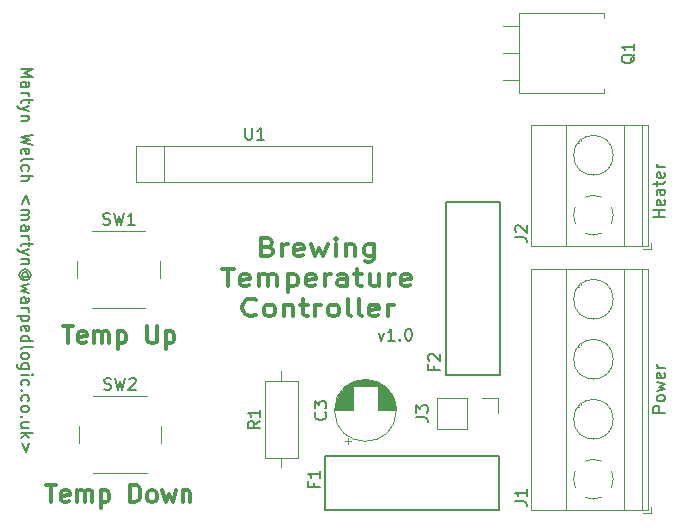
<source format=gbr>
%TF.GenerationSoftware,KiCad,Pcbnew,5.1.6+dfsg1-1*%
%TF.CreationDate,2020-07-08T08:01:11+01:00*%
%TF.ProjectId,Brew_Temperature_Controller,42726577-5f54-4656-9d70-657261747572,rev?*%
%TF.SameCoordinates,Original*%
%TF.FileFunction,Legend,Top*%
%TF.FilePolarity,Positive*%
%FSLAX46Y46*%
G04 Gerber Fmt 4.6, Leading zero omitted, Abs format (unit mm)*
G04 Created by KiCad (PCBNEW 5.1.6+dfsg1-1) date 2020-07-08 08:01:11*
%MOMM*%
%LPD*%
G01*
G04 APERTURE LIST*
%ADD10C,0.150000*%
%ADD11C,0.300000*%
%ADD12C,0.120000*%
G04 APERTURE END LIST*
D10*
X118562380Y-167838190D02*
X117562380Y-167838190D01*
X117562380Y-167457238D01*
X117610000Y-167362000D01*
X117657619Y-167314380D01*
X117752857Y-167266761D01*
X117895714Y-167266761D01*
X117990952Y-167314380D01*
X118038571Y-167362000D01*
X118086190Y-167457238D01*
X118086190Y-167838190D01*
X118562380Y-166695333D02*
X118514761Y-166790571D01*
X118467142Y-166838190D01*
X118371904Y-166885809D01*
X118086190Y-166885809D01*
X117990952Y-166838190D01*
X117943333Y-166790571D01*
X117895714Y-166695333D01*
X117895714Y-166552476D01*
X117943333Y-166457238D01*
X117990952Y-166409619D01*
X118086190Y-166362000D01*
X118371904Y-166362000D01*
X118467142Y-166409619D01*
X118514761Y-166457238D01*
X118562380Y-166552476D01*
X118562380Y-166695333D01*
X117895714Y-166028666D02*
X118562380Y-165838190D01*
X118086190Y-165647714D01*
X118562380Y-165457238D01*
X117895714Y-165266761D01*
X118514761Y-164504857D02*
X118562380Y-164600095D01*
X118562380Y-164790571D01*
X118514761Y-164885809D01*
X118419523Y-164933428D01*
X118038571Y-164933428D01*
X117943333Y-164885809D01*
X117895714Y-164790571D01*
X117895714Y-164600095D01*
X117943333Y-164504857D01*
X118038571Y-164457238D01*
X118133809Y-164457238D01*
X118229047Y-164933428D01*
X118562380Y-164028666D02*
X117895714Y-164028666D01*
X118086190Y-164028666D02*
X117990952Y-163981047D01*
X117943333Y-163933428D01*
X117895714Y-163838190D01*
X117895714Y-163742952D01*
X118562380Y-151288476D02*
X117562380Y-151288476D01*
X118038571Y-151288476D02*
X118038571Y-150717047D01*
X118562380Y-150717047D02*
X117562380Y-150717047D01*
X118514761Y-149859904D02*
X118562380Y-149955142D01*
X118562380Y-150145619D01*
X118514761Y-150240857D01*
X118419523Y-150288476D01*
X118038571Y-150288476D01*
X117943333Y-150240857D01*
X117895714Y-150145619D01*
X117895714Y-149955142D01*
X117943333Y-149859904D01*
X118038571Y-149812285D01*
X118133809Y-149812285D01*
X118229047Y-150288476D01*
X118562380Y-148955142D02*
X118038571Y-148955142D01*
X117943333Y-149002761D01*
X117895714Y-149098000D01*
X117895714Y-149288476D01*
X117943333Y-149383714D01*
X118514761Y-148955142D02*
X118562380Y-149050380D01*
X118562380Y-149288476D01*
X118514761Y-149383714D01*
X118419523Y-149431333D01*
X118324285Y-149431333D01*
X118229047Y-149383714D01*
X118181428Y-149288476D01*
X118181428Y-149050380D01*
X118133809Y-148955142D01*
X117895714Y-148621809D02*
X117895714Y-148240857D01*
X117562380Y-148478952D02*
X118419523Y-148478952D01*
X118514761Y-148431333D01*
X118562380Y-148336095D01*
X118562380Y-148240857D01*
X118514761Y-147526571D02*
X118562380Y-147621809D01*
X118562380Y-147812285D01*
X118514761Y-147907523D01*
X118419523Y-147955142D01*
X118038571Y-147955142D01*
X117943333Y-147907523D01*
X117895714Y-147812285D01*
X117895714Y-147621809D01*
X117943333Y-147526571D01*
X118038571Y-147478952D01*
X118133809Y-147478952D01*
X118229047Y-147955142D01*
X118562380Y-147050380D02*
X117895714Y-147050380D01*
X118086190Y-147050380D02*
X117990952Y-147002761D01*
X117943333Y-146955142D01*
X117895714Y-146859904D01*
X117895714Y-146764666D01*
X94329428Y-161075714D02*
X94567523Y-161742380D01*
X94805619Y-161075714D01*
X95710380Y-161742380D02*
X95138952Y-161742380D01*
X95424666Y-161742380D02*
X95424666Y-160742380D01*
X95329428Y-160885238D01*
X95234190Y-160980476D01*
X95138952Y-161028095D01*
X96138952Y-161647142D02*
X96186571Y-161694761D01*
X96138952Y-161742380D01*
X96091333Y-161694761D01*
X96138952Y-161647142D01*
X96138952Y-161742380D01*
X96805619Y-160742380D02*
X96900857Y-160742380D01*
X96996095Y-160790000D01*
X97043714Y-160837619D01*
X97091333Y-160932857D01*
X97138952Y-161123333D01*
X97138952Y-161361428D01*
X97091333Y-161551904D01*
X97043714Y-161647142D01*
X96996095Y-161694761D01*
X96900857Y-161742380D01*
X96805619Y-161742380D01*
X96710380Y-161694761D01*
X96662761Y-161647142D01*
X96615142Y-161551904D01*
X96567523Y-161361428D01*
X96567523Y-161123333D01*
X96615142Y-160932857D01*
X96662761Y-160837619D01*
X96710380Y-160790000D01*
X96805619Y-160742380D01*
D11*
X84954000Y-153806857D02*
X85211142Y-153878285D01*
X85296857Y-153949714D01*
X85382571Y-154092571D01*
X85382571Y-154306857D01*
X85296857Y-154449714D01*
X85211142Y-154521142D01*
X85039714Y-154592571D01*
X84354000Y-154592571D01*
X84354000Y-153092571D01*
X84954000Y-153092571D01*
X85125428Y-153164000D01*
X85211142Y-153235428D01*
X85296857Y-153378285D01*
X85296857Y-153521142D01*
X85211142Y-153664000D01*
X85125428Y-153735428D01*
X84954000Y-153806857D01*
X84354000Y-153806857D01*
X86154000Y-154592571D02*
X86154000Y-153592571D01*
X86154000Y-153878285D02*
X86239714Y-153735428D01*
X86325428Y-153664000D01*
X86496857Y-153592571D01*
X86668285Y-153592571D01*
X87954000Y-154521142D02*
X87782571Y-154592571D01*
X87439714Y-154592571D01*
X87268285Y-154521142D01*
X87182571Y-154378285D01*
X87182571Y-153806857D01*
X87268285Y-153664000D01*
X87439714Y-153592571D01*
X87782571Y-153592571D01*
X87954000Y-153664000D01*
X88039714Y-153806857D01*
X88039714Y-153949714D01*
X87182571Y-154092571D01*
X88639714Y-153592571D02*
X88982571Y-154592571D01*
X89325428Y-153878285D01*
X89668285Y-154592571D01*
X90011142Y-153592571D01*
X90696857Y-154592571D02*
X90696857Y-153592571D01*
X90696857Y-153092571D02*
X90611142Y-153164000D01*
X90696857Y-153235428D01*
X90782571Y-153164000D01*
X90696857Y-153092571D01*
X90696857Y-153235428D01*
X91554000Y-153592571D02*
X91554000Y-154592571D01*
X91554000Y-153735428D02*
X91639714Y-153664000D01*
X91811142Y-153592571D01*
X92068285Y-153592571D01*
X92239714Y-153664000D01*
X92325428Y-153806857D01*
X92325428Y-154592571D01*
X93954000Y-153592571D02*
X93954000Y-154806857D01*
X93868285Y-154949714D01*
X93782571Y-155021142D01*
X93611142Y-155092571D01*
X93354000Y-155092571D01*
X93182571Y-155021142D01*
X93954000Y-154521142D02*
X93782571Y-154592571D01*
X93439714Y-154592571D01*
X93268285Y-154521142D01*
X93182571Y-154449714D01*
X93096857Y-154306857D01*
X93096857Y-153878285D01*
X93182571Y-153735428D01*
X93268285Y-153664000D01*
X93439714Y-153592571D01*
X93782571Y-153592571D01*
X93954000Y-153664000D01*
X81054000Y-155642571D02*
X82082571Y-155642571D01*
X81568285Y-157142571D02*
X81568285Y-155642571D01*
X83368285Y-157071142D02*
X83196857Y-157142571D01*
X82854000Y-157142571D01*
X82682571Y-157071142D01*
X82596857Y-156928285D01*
X82596857Y-156356857D01*
X82682571Y-156214000D01*
X82854000Y-156142571D01*
X83196857Y-156142571D01*
X83368285Y-156214000D01*
X83454000Y-156356857D01*
X83454000Y-156499714D01*
X82596857Y-156642571D01*
X84225428Y-157142571D02*
X84225428Y-156142571D01*
X84225428Y-156285428D02*
X84311142Y-156214000D01*
X84482571Y-156142571D01*
X84739714Y-156142571D01*
X84911142Y-156214000D01*
X84996857Y-156356857D01*
X84996857Y-157142571D01*
X84996857Y-156356857D02*
X85082571Y-156214000D01*
X85254000Y-156142571D01*
X85511142Y-156142571D01*
X85682571Y-156214000D01*
X85768285Y-156356857D01*
X85768285Y-157142571D01*
X86625428Y-156142571D02*
X86625428Y-157642571D01*
X86625428Y-156214000D02*
X86796857Y-156142571D01*
X87139714Y-156142571D01*
X87311142Y-156214000D01*
X87396857Y-156285428D01*
X87482571Y-156428285D01*
X87482571Y-156856857D01*
X87396857Y-156999714D01*
X87311142Y-157071142D01*
X87139714Y-157142571D01*
X86796857Y-157142571D01*
X86625428Y-157071142D01*
X88939714Y-157071142D02*
X88768285Y-157142571D01*
X88425428Y-157142571D01*
X88254000Y-157071142D01*
X88168285Y-156928285D01*
X88168285Y-156356857D01*
X88254000Y-156214000D01*
X88425428Y-156142571D01*
X88768285Y-156142571D01*
X88939714Y-156214000D01*
X89025428Y-156356857D01*
X89025428Y-156499714D01*
X88168285Y-156642571D01*
X89796857Y-157142571D02*
X89796857Y-156142571D01*
X89796857Y-156428285D02*
X89882571Y-156285428D01*
X89968285Y-156214000D01*
X90139714Y-156142571D01*
X90311142Y-156142571D01*
X91682571Y-157142571D02*
X91682571Y-156356857D01*
X91596857Y-156214000D01*
X91425428Y-156142571D01*
X91082571Y-156142571D01*
X90911142Y-156214000D01*
X91682571Y-157071142D02*
X91511142Y-157142571D01*
X91082571Y-157142571D01*
X90911142Y-157071142D01*
X90825428Y-156928285D01*
X90825428Y-156785428D01*
X90911142Y-156642571D01*
X91082571Y-156571142D01*
X91511142Y-156571142D01*
X91682571Y-156499714D01*
X92282571Y-156142571D02*
X92968285Y-156142571D01*
X92539714Y-155642571D02*
X92539714Y-156928285D01*
X92625428Y-157071142D01*
X92796857Y-157142571D01*
X92968285Y-157142571D01*
X94339714Y-156142571D02*
X94339714Y-157142571D01*
X93568285Y-156142571D02*
X93568285Y-156928285D01*
X93654000Y-157071142D01*
X93825428Y-157142571D01*
X94082571Y-157142571D01*
X94254000Y-157071142D01*
X94339714Y-156999714D01*
X95196857Y-157142571D02*
X95196857Y-156142571D01*
X95196857Y-156428285D02*
X95282571Y-156285428D01*
X95368285Y-156214000D01*
X95539714Y-156142571D01*
X95711142Y-156142571D01*
X96996857Y-157071142D02*
X96825428Y-157142571D01*
X96482571Y-157142571D01*
X96311142Y-157071142D01*
X96225428Y-156928285D01*
X96225428Y-156356857D01*
X96311142Y-156214000D01*
X96482571Y-156142571D01*
X96825428Y-156142571D01*
X96996857Y-156214000D01*
X97082571Y-156356857D01*
X97082571Y-156499714D01*
X96225428Y-156642571D01*
X83925428Y-159549714D02*
X83839714Y-159621142D01*
X83582571Y-159692571D01*
X83411142Y-159692571D01*
X83154000Y-159621142D01*
X82982571Y-159478285D01*
X82896857Y-159335428D01*
X82811142Y-159049714D01*
X82811142Y-158835428D01*
X82896857Y-158549714D01*
X82982571Y-158406857D01*
X83154000Y-158264000D01*
X83411142Y-158192571D01*
X83582571Y-158192571D01*
X83839714Y-158264000D01*
X83925428Y-158335428D01*
X84954000Y-159692571D02*
X84782571Y-159621142D01*
X84696857Y-159549714D01*
X84611142Y-159406857D01*
X84611142Y-158978285D01*
X84696857Y-158835428D01*
X84782571Y-158764000D01*
X84954000Y-158692571D01*
X85211142Y-158692571D01*
X85382571Y-158764000D01*
X85468285Y-158835428D01*
X85554000Y-158978285D01*
X85554000Y-159406857D01*
X85468285Y-159549714D01*
X85382571Y-159621142D01*
X85211142Y-159692571D01*
X84954000Y-159692571D01*
X86325428Y-158692571D02*
X86325428Y-159692571D01*
X86325428Y-158835428D02*
X86411142Y-158764000D01*
X86582571Y-158692571D01*
X86839714Y-158692571D01*
X87011142Y-158764000D01*
X87096857Y-158906857D01*
X87096857Y-159692571D01*
X87696857Y-158692571D02*
X88382571Y-158692571D01*
X87954000Y-158192571D02*
X87954000Y-159478285D01*
X88039714Y-159621142D01*
X88211142Y-159692571D01*
X88382571Y-159692571D01*
X88982571Y-159692571D02*
X88982571Y-158692571D01*
X88982571Y-158978285D02*
X89068285Y-158835428D01*
X89154000Y-158764000D01*
X89325428Y-158692571D01*
X89496857Y-158692571D01*
X90354000Y-159692571D02*
X90182571Y-159621142D01*
X90096857Y-159549714D01*
X90011142Y-159406857D01*
X90011142Y-158978285D01*
X90096857Y-158835428D01*
X90182571Y-158764000D01*
X90354000Y-158692571D01*
X90611142Y-158692571D01*
X90782571Y-158764000D01*
X90868285Y-158835428D01*
X90954000Y-158978285D01*
X90954000Y-159406857D01*
X90868285Y-159549714D01*
X90782571Y-159621142D01*
X90611142Y-159692571D01*
X90354000Y-159692571D01*
X91982571Y-159692571D02*
X91811142Y-159621142D01*
X91725428Y-159478285D01*
X91725428Y-158192571D01*
X92925428Y-159692571D02*
X92754000Y-159621142D01*
X92668285Y-159478285D01*
X92668285Y-158192571D01*
X94296857Y-159621142D02*
X94125428Y-159692571D01*
X93782571Y-159692571D01*
X93611142Y-159621142D01*
X93525428Y-159478285D01*
X93525428Y-158906857D01*
X93611142Y-158764000D01*
X93782571Y-158692571D01*
X94125428Y-158692571D01*
X94296857Y-158764000D01*
X94382571Y-158906857D01*
X94382571Y-159049714D01*
X93525428Y-159192571D01*
X95154000Y-159692571D02*
X95154000Y-158692571D01*
X95154000Y-158978285D02*
X95239714Y-158835428D01*
X95325428Y-158764000D01*
X95496857Y-158692571D01*
X95668285Y-158692571D01*
D10*
X64063619Y-138725714D02*
X65063619Y-138725714D01*
X64349333Y-139059047D01*
X65063619Y-139392380D01*
X64063619Y-139392380D01*
X64063619Y-140297142D02*
X64587428Y-140297142D01*
X64682666Y-140249523D01*
X64730285Y-140154285D01*
X64730285Y-139963809D01*
X64682666Y-139868571D01*
X64111238Y-140297142D02*
X64063619Y-140201904D01*
X64063619Y-139963809D01*
X64111238Y-139868571D01*
X64206476Y-139820952D01*
X64301714Y-139820952D01*
X64396952Y-139868571D01*
X64444571Y-139963809D01*
X64444571Y-140201904D01*
X64492190Y-140297142D01*
X64063619Y-140773333D02*
X64730285Y-140773333D01*
X64539809Y-140773333D02*
X64635047Y-140820952D01*
X64682666Y-140868571D01*
X64730285Y-140963809D01*
X64730285Y-141059047D01*
X64730285Y-141249523D02*
X64730285Y-141630476D01*
X65063619Y-141392380D02*
X64206476Y-141392380D01*
X64111238Y-141440000D01*
X64063619Y-141535238D01*
X64063619Y-141630476D01*
X64730285Y-141868571D02*
X64063619Y-142106666D01*
X64730285Y-142344761D02*
X64063619Y-142106666D01*
X63825523Y-142011428D01*
X63777904Y-141963809D01*
X63730285Y-141868571D01*
X64730285Y-142725714D02*
X64063619Y-142725714D01*
X64635047Y-142725714D02*
X64682666Y-142773333D01*
X64730285Y-142868571D01*
X64730285Y-143011428D01*
X64682666Y-143106666D01*
X64587428Y-143154285D01*
X64063619Y-143154285D01*
X65063619Y-144297142D02*
X64063619Y-144535238D01*
X64777904Y-144725714D01*
X64063619Y-144916190D01*
X65063619Y-145154285D01*
X64111238Y-145916190D02*
X64063619Y-145820952D01*
X64063619Y-145630476D01*
X64111238Y-145535238D01*
X64206476Y-145487619D01*
X64587428Y-145487619D01*
X64682666Y-145535238D01*
X64730285Y-145630476D01*
X64730285Y-145820952D01*
X64682666Y-145916190D01*
X64587428Y-145963809D01*
X64492190Y-145963809D01*
X64396952Y-145487619D01*
X64063619Y-146535238D02*
X64111238Y-146440000D01*
X64206476Y-146392380D01*
X65063619Y-146392380D01*
X64111238Y-147344761D02*
X64063619Y-147249523D01*
X64063619Y-147059047D01*
X64111238Y-146963809D01*
X64158857Y-146916190D01*
X64254095Y-146868571D01*
X64539809Y-146868571D01*
X64635047Y-146916190D01*
X64682666Y-146963809D01*
X64730285Y-147059047D01*
X64730285Y-147249523D01*
X64682666Y-147344761D01*
X64063619Y-147773333D02*
X65063619Y-147773333D01*
X64063619Y-148201904D02*
X64587428Y-148201904D01*
X64682666Y-148154285D01*
X64730285Y-148059047D01*
X64730285Y-147916190D01*
X64682666Y-147820952D01*
X64635047Y-147773333D01*
X64730285Y-150201904D02*
X64444571Y-149440000D01*
X64158857Y-150201904D01*
X64063619Y-150678095D02*
X64730285Y-150678095D01*
X64635047Y-150678095D02*
X64682666Y-150725714D01*
X64730285Y-150820952D01*
X64730285Y-150963809D01*
X64682666Y-151059047D01*
X64587428Y-151106666D01*
X64063619Y-151106666D01*
X64587428Y-151106666D02*
X64682666Y-151154285D01*
X64730285Y-151249523D01*
X64730285Y-151392380D01*
X64682666Y-151487619D01*
X64587428Y-151535238D01*
X64063619Y-151535238D01*
X64063619Y-152440000D02*
X64587428Y-152440000D01*
X64682666Y-152392380D01*
X64730285Y-152297142D01*
X64730285Y-152106666D01*
X64682666Y-152011428D01*
X64111238Y-152440000D02*
X64063619Y-152344761D01*
X64063619Y-152106666D01*
X64111238Y-152011428D01*
X64206476Y-151963809D01*
X64301714Y-151963809D01*
X64396952Y-152011428D01*
X64444571Y-152106666D01*
X64444571Y-152344761D01*
X64492190Y-152440000D01*
X64063619Y-152916190D02*
X64730285Y-152916190D01*
X64539809Y-152916190D02*
X64635047Y-152963809D01*
X64682666Y-153011428D01*
X64730285Y-153106666D01*
X64730285Y-153201904D01*
X64730285Y-153392380D02*
X64730285Y-153773333D01*
X65063619Y-153535238D02*
X64206476Y-153535238D01*
X64111238Y-153582857D01*
X64063619Y-153678095D01*
X64063619Y-153773333D01*
X64730285Y-154011428D02*
X64063619Y-154249523D01*
X64730285Y-154487619D02*
X64063619Y-154249523D01*
X63825523Y-154154285D01*
X63777904Y-154106666D01*
X63730285Y-154011428D01*
X64730285Y-154868571D02*
X64063619Y-154868571D01*
X64635047Y-154868571D02*
X64682666Y-154916190D01*
X64730285Y-155011428D01*
X64730285Y-155154285D01*
X64682666Y-155249523D01*
X64587428Y-155297142D01*
X64063619Y-155297142D01*
X64539809Y-156392380D02*
X64587428Y-156344761D01*
X64635047Y-156249523D01*
X64635047Y-156154285D01*
X64587428Y-156059047D01*
X64539809Y-156011428D01*
X64444571Y-155963809D01*
X64349333Y-155963809D01*
X64254095Y-156011428D01*
X64206476Y-156059047D01*
X64158857Y-156154285D01*
X64158857Y-156249523D01*
X64206476Y-156344761D01*
X64254095Y-156392380D01*
X64635047Y-156392380D02*
X64254095Y-156392380D01*
X64206476Y-156440000D01*
X64206476Y-156487619D01*
X64254095Y-156582857D01*
X64349333Y-156630476D01*
X64587428Y-156630476D01*
X64730285Y-156535238D01*
X64825523Y-156392380D01*
X64873142Y-156201904D01*
X64825523Y-156011428D01*
X64730285Y-155868571D01*
X64587428Y-155773333D01*
X64396952Y-155725714D01*
X64206476Y-155773333D01*
X64063619Y-155868571D01*
X63968380Y-156011428D01*
X63920761Y-156201904D01*
X63968380Y-156392380D01*
X64063619Y-156535238D01*
X64730285Y-156963809D02*
X64063619Y-157154285D01*
X64539809Y-157344761D01*
X64063619Y-157535238D01*
X64730285Y-157725714D01*
X64063619Y-158535238D02*
X64587428Y-158535238D01*
X64682666Y-158487619D01*
X64730285Y-158392380D01*
X64730285Y-158201904D01*
X64682666Y-158106666D01*
X64111238Y-158535238D02*
X64063619Y-158440000D01*
X64063619Y-158201904D01*
X64111238Y-158106666D01*
X64206476Y-158059047D01*
X64301714Y-158059047D01*
X64396952Y-158106666D01*
X64444571Y-158201904D01*
X64444571Y-158440000D01*
X64492190Y-158535238D01*
X64063619Y-159011428D02*
X64730285Y-159011428D01*
X64539809Y-159011428D02*
X64635047Y-159059047D01*
X64682666Y-159106666D01*
X64730285Y-159201904D01*
X64730285Y-159297142D01*
X64730285Y-159630476D02*
X63730285Y-159630476D01*
X64682666Y-159630476D02*
X64730285Y-159725714D01*
X64730285Y-159916190D01*
X64682666Y-160011428D01*
X64635047Y-160059047D01*
X64539809Y-160106666D01*
X64254095Y-160106666D01*
X64158857Y-160059047D01*
X64111238Y-160011428D01*
X64063619Y-159916190D01*
X64063619Y-159725714D01*
X64111238Y-159630476D01*
X64111238Y-160916190D02*
X64063619Y-160820952D01*
X64063619Y-160630476D01*
X64111238Y-160535238D01*
X64206476Y-160487619D01*
X64587428Y-160487619D01*
X64682666Y-160535238D01*
X64730285Y-160630476D01*
X64730285Y-160820952D01*
X64682666Y-160916190D01*
X64587428Y-160963809D01*
X64492190Y-160963809D01*
X64396952Y-160487619D01*
X64063619Y-161820952D02*
X65063619Y-161820952D01*
X64111238Y-161820952D02*
X64063619Y-161725714D01*
X64063619Y-161535238D01*
X64111238Y-161440000D01*
X64158857Y-161392380D01*
X64254095Y-161344761D01*
X64539809Y-161344761D01*
X64635047Y-161392380D01*
X64682666Y-161440000D01*
X64730285Y-161535238D01*
X64730285Y-161725714D01*
X64682666Y-161820952D01*
X64063619Y-162440000D02*
X64111238Y-162344761D01*
X64206476Y-162297142D01*
X65063619Y-162297142D01*
X64063619Y-162963809D02*
X64111238Y-162868571D01*
X64158857Y-162820952D01*
X64254095Y-162773333D01*
X64539809Y-162773333D01*
X64635047Y-162820952D01*
X64682666Y-162868571D01*
X64730285Y-162963809D01*
X64730285Y-163106666D01*
X64682666Y-163201904D01*
X64635047Y-163249523D01*
X64539809Y-163297142D01*
X64254095Y-163297142D01*
X64158857Y-163249523D01*
X64111238Y-163201904D01*
X64063619Y-163106666D01*
X64063619Y-162963809D01*
X64730285Y-164154285D02*
X63920761Y-164154285D01*
X63825523Y-164106666D01*
X63777904Y-164059047D01*
X63730285Y-163963809D01*
X63730285Y-163820952D01*
X63777904Y-163725714D01*
X64111238Y-164154285D02*
X64063619Y-164059047D01*
X64063619Y-163868571D01*
X64111238Y-163773333D01*
X64158857Y-163725714D01*
X64254095Y-163678095D01*
X64539809Y-163678095D01*
X64635047Y-163725714D01*
X64682666Y-163773333D01*
X64730285Y-163868571D01*
X64730285Y-164059047D01*
X64682666Y-164154285D01*
X64063619Y-164630476D02*
X64730285Y-164630476D01*
X65063619Y-164630476D02*
X65016000Y-164582857D01*
X64968380Y-164630476D01*
X65016000Y-164678095D01*
X65063619Y-164630476D01*
X64968380Y-164630476D01*
X64111238Y-165535238D02*
X64063619Y-165440000D01*
X64063619Y-165249523D01*
X64111238Y-165154285D01*
X64158857Y-165106666D01*
X64254095Y-165059047D01*
X64539809Y-165059047D01*
X64635047Y-165106666D01*
X64682666Y-165154285D01*
X64730285Y-165249523D01*
X64730285Y-165440000D01*
X64682666Y-165535238D01*
X64158857Y-165963809D02*
X64111238Y-166011428D01*
X64063619Y-165963809D01*
X64111238Y-165916190D01*
X64158857Y-165963809D01*
X64063619Y-165963809D01*
X64111238Y-166868571D02*
X64063619Y-166773333D01*
X64063619Y-166582857D01*
X64111238Y-166487619D01*
X64158857Y-166440000D01*
X64254095Y-166392380D01*
X64539809Y-166392380D01*
X64635047Y-166440000D01*
X64682666Y-166487619D01*
X64730285Y-166582857D01*
X64730285Y-166773333D01*
X64682666Y-166868571D01*
X64063619Y-167440000D02*
X64111238Y-167344761D01*
X64158857Y-167297142D01*
X64254095Y-167249523D01*
X64539809Y-167249523D01*
X64635047Y-167297142D01*
X64682666Y-167344761D01*
X64730285Y-167440000D01*
X64730285Y-167582857D01*
X64682666Y-167678095D01*
X64635047Y-167725714D01*
X64539809Y-167773333D01*
X64254095Y-167773333D01*
X64158857Y-167725714D01*
X64111238Y-167678095D01*
X64063619Y-167582857D01*
X64063619Y-167440000D01*
X64158857Y-168201904D02*
X64111238Y-168249523D01*
X64063619Y-168201904D01*
X64111238Y-168154285D01*
X64158857Y-168201904D01*
X64063619Y-168201904D01*
X64730285Y-169106666D02*
X64063619Y-169106666D01*
X64730285Y-168678095D02*
X64206476Y-168678095D01*
X64111238Y-168725714D01*
X64063619Y-168820952D01*
X64063619Y-168963809D01*
X64111238Y-169059047D01*
X64158857Y-169106666D01*
X64063619Y-169582857D02*
X65063619Y-169582857D01*
X64444571Y-169678095D02*
X64063619Y-169963809D01*
X64730285Y-169963809D02*
X64349333Y-169582857D01*
X64730285Y-170392380D02*
X64444571Y-171154285D01*
X64158857Y-170392380D01*
D11*
X66175714Y-173930571D02*
X67032857Y-173930571D01*
X66604285Y-175430571D02*
X66604285Y-173930571D01*
X68104285Y-175359142D02*
X67961428Y-175430571D01*
X67675714Y-175430571D01*
X67532857Y-175359142D01*
X67461428Y-175216285D01*
X67461428Y-174644857D01*
X67532857Y-174502000D01*
X67675714Y-174430571D01*
X67961428Y-174430571D01*
X68104285Y-174502000D01*
X68175714Y-174644857D01*
X68175714Y-174787714D01*
X67461428Y-174930571D01*
X68818571Y-175430571D02*
X68818571Y-174430571D01*
X68818571Y-174573428D02*
X68890000Y-174502000D01*
X69032857Y-174430571D01*
X69247142Y-174430571D01*
X69390000Y-174502000D01*
X69461428Y-174644857D01*
X69461428Y-175430571D01*
X69461428Y-174644857D02*
X69532857Y-174502000D01*
X69675714Y-174430571D01*
X69890000Y-174430571D01*
X70032857Y-174502000D01*
X70104285Y-174644857D01*
X70104285Y-175430571D01*
X70818571Y-174430571D02*
X70818571Y-175930571D01*
X70818571Y-174502000D02*
X70961428Y-174430571D01*
X71247142Y-174430571D01*
X71390000Y-174502000D01*
X71461428Y-174573428D01*
X71532857Y-174716285D01*
X71532857Y-175144857D01*
X71461428Y-175287714D01*
X71390000Y-175359142D01*
X71247142Y-175430571D01*
X70961428Y-175430571D01*
X70818571Y-175359142D01*
X73318571Y-175430571D02*
X73318571Y-173930571D01*
X73675714Y-173930571D01*
X73890000Y-174002000D01*
X74032857Y-174144857D01*
X74104285Y-174287714D01*
X74175714Y-174573428D01*
X74175714Y-174787714D01*
X74104285Y-175073428D01*
X74032857Y-175216285D01*
X73890000Y-175359142D01*
X73675714Y-175430571D01*
X73318571Y-175430571D01*
X75032857Y-175430571D02*
X74890000Y-175359142D01*
X74818571Y-175287714D01*
X74747142Y-175144857D01*
X74747142Y-174716285D01*
X74818571Y-174573428D01*
X74890000Y-174502000D01*
X75032857Y-174430571D01*
X75247142Y-174430571D01*
X75390000Y-174502000D01*
X75461428Y-174573428D01*
X75532857Y-174716285D01*
X75532857Y-175144857D01*
X75461428Y-175287714D01*
X75390000Y-175359142D01*
X75247142Y-175430571D01*
X75032857Y-175430571D01*
X76032857Y-174430571D02*
X76318571Y-175430571D01*
X76604285Y-174716285D01*
X76890000Y-175430571D01*
X77175714Y-174430571D01*
X77747142Y-174430571D02*
X77747142Y-175430571D01*
X77747142Y-174573428D02*
X77818571Y-174502000D01*
X77961428Y-174430571D01*
X78175714Y-174430571D01*
X78318571Y-174502000D01*
X78390000Y-174644857D01*
X78390000Y-175430571D01*
X67604285Y-160468571D02*
X68461428Y-160468571D01*
X68032857Y-161968571D02*
X68032857Y-160468571D01*
X69532857Y-161897142D02*
X69390000Y-161968571D01*
X69104285Y-161968571D01*
X68961428Y-161897142D01*
X68890000Y-161754285D01*
X68890000Y-161182857D01*
X68961428Y-161040000D01*
X69104285Y-160968571D01*
X69390000Y-160968571D01*
X69532857Y-161040000D01*
X69604285Y-161182857D01*
X69604285Y-161325714D01*
X68890000Y-161468571D01*
X70247142Y-161968571D02*
X70247142Y-160968571D01*
X70247142Y-161111428D02*
X70318571Y-161040000D01*
X70461428Y-160968571D01*
X70675714Y-160968571D01*
X70818571Y-161040000D01*
X70890000Y-161182857D01*
X70890000Y-161968571D01*
X70890000Y-161182857D02*
X70961428Y-161040000D01*
X71104285Y-160968571D01*
X71318571Y-160968571D01*
X71461428Y-161040000D01*
X71532857Y-161182857D01*
X71532857Y-161968571D01*
X72247142Y-160968571D02*
X72247142Y-162468571D01*
X72247142Y-161040000D02*
X72390000Y-160968571D01*
X72675714Y-160968571D01*
X72818571Y-161040000D01*
X72890000Y-161111428D01*
X72961428Y-161254285D01*
X72961428Y-161682857D01*
X72890000Y-161825714D01*
X72818571Y-161897142D01*
X72675714Y-161968571D01*
X72390000Y-161968571D01*
X72247142Y-161897142D01*
X74747142Y-160468571D02*
X74747142Y-161682857D01*
X74818571Y-161825714D01*
X74890000Y-161897142D01*
X75032857Y-161968571D01*
X75318571Y-161968571D01*
X75461428Y-161897142D01*
X75532857Y-161825714D01*
X75604285Y-161682857D01*
X75604285Y-160468571D01*
X76318571Y-160968571D02*
X76318571Y-162468571D01*
X76318571Y-161040000D02*
X76461428Y-160968571D01*
X76747142Y-160968571D01*
X76890000Y-161040000D01*
X76961428Y-161111428D01*
X77032857Y-161254285D01*
X77032857Y-161682857D01*
X76961428Y-161825714D01*
X76890000Y-161897142D01*
X76747142Y-161968571D01*
X76461428Y-161968571D01*
X76318571Y-161897142D01*
D12*
%TO.C,U1*%
X73830000Y-145312000D02*
X93810000Y-145312000D01*
X93810000Y-145312000D02*
X93810000Y-148312000D01*
X93810000Y-148312000D02*
X73830000Y-148312000D01*
X73830000Y-148312000D02*
X73830000Y-145312000D01*
X76200000Y-145312000D02*
X76200000Y-148312000D01*
D10*
%TO.C,F1*%
X89814000Y-171482000D02*
X104514000Y-171482000D01*
X104514000Y-171482000D02*
X104514000Y-176082000D01*
X104514000Y-176082000D02*
X89814000Y-176082000D01*
X89814000Y-176082000D02*
X89814000Y-171482000D01*
%TO.C,F2*%
X104616000Y-149994000D02*
X104616000Y-164694000D01*
X104616000Y-164694000D02*
X100016000Y-164694000D01*
X100016000Y-164694000D02*
X100016000Y-149994000D01*
X100016000Y-149994000D02*
X104616000Y-149994000D01*
D12*
%TO.C,C3*%
X91493000Y-170210775D02*
X91993000Y-170210775D01*
X91743000Y-170460775D02*
X91743000Y-169960775D01*
X92934000Y-165055000D02*
X93502000Y-165055000D01*
X92700000Y-165095000D02*
X93736000Y-165095000D01*
X92541000Y-165135000D02*
X93895000Y-165135000D01*
X92413000Y-165175000D02*
X94023000Y-165175000D01*
X92303000Y-165215000D02*
X94133000Y-165215000D01*
X92207000Y-165255000D02*
X94229000Y-165255000D01*
X92120000Y-165295000D02*
X94316000Y-165295000D01*
X92040000Y-165335000D02*
X94396000Y-165335000D01*
X91967000Y-165375000D02*
X94469000Y-165375000D01*
X91899000Y-165415000D02*
X94537000Y-165415000D01*
X91835000Y-165455000D02*
X94601000Y-165455000D01*
X91775000Y-165495000D02*
X94661000Y-165495000D01*
X91718000Y-165535000D02*
X94718000Y-165535000D01*
X91664000Y-165575000D02*
X94772000Y-165575000D01*
X91613000Y-165615000D02*
X94823000Y-165615000D01*
X94258000Y-165655000D02*
X94871000Y-165655000D01*
X91565000Y-165655000D02*
X92178000Y-165655000D01*
X94258000Y-165695000D02*
X94917000Y-165695000D01*
X91519000Y-165695000D02*
X92178000Y-165695000D01*
X94258000Y-165735000D02*
X94961000Y-165735000D01*
X91475000Y-165735000D02*
X92178000Y-165735000D01*
X94258000Y-165775000D02*
X95003000Y-165775000D01*
X91433000Y-165775000D02*
X92178000Y-165775000D01*
X94258000Y-165815000D02*
X95044000Y-165815000D01*
X91392000Y-165815000D02*
X92178000Y-165815000D01*
X94258000Y-165855000D02*
X95082000Y-165855000D01*
X91354000Y-165855000D02*
X92178000Y-165855000D01*
X94258000Y-165895000D02*
X95119000Y-165895000D01*
X91317000Y-165895000D02*
X92178000Y-165895000D01*
X94258000Y-165935000D02*
X95155000Y-165935000D01*
X91281000Y-165935000D02*
X92178000Y-165935000D01*
X94258000Y-165975000D02*
X95189000Y-165975000D01*
X91247000Y-165975000D02*
X92178000Y-165975000D01*
X94258000Y-166015000D02*
X95222000Y-166015000D01*
X91214000Y-166015000D02*
X92178000Y-166015000D01*
X94258000Y-166055000D02*
X95253000Y-166055000D01*
X91183000Y-166055000D02*
X92178000Y-166055000D01*
X94258000Y-166095000D02*
X95283000Y-166095000D01*
X91153000Y-166095000D02*
X92178000Y-166095000D01*
X94258000Y-166135000D02*
X95313000Y-166135000D01*
X91123000Y-166135000D02*
X92178000Y-166135000D01*
X94258000Y-166175000D02*
X95340000Y-166175000D01*
X91096000Y-166175000D02*
X92178000Y-166175000D01*
X94258000Y-166215000D02*
X95367000Y-166215000D01*
X91069000Y-166215000D02*
X92178000Y-166215000D01*
X94258000Y-166255000D02*
X95393000Y-166255000D01*
X91043000Y-166255000D02*
X92178000Y-166255000D01*
X94258000Y-166295000D02*
X95418000Y-166295000D01*
X91018000Y-166295000D02*
X92178000Y-166295000D01*
X94258000Y-166335000D02*
X95442000Y-166335000D01*
X90994000Y-166335000D02*
X92178000Y-166335000D01*
X94258000Y-166375000D02*
X95465000Y-166375000D01*
X90971000Y-166375000D02*
X92178000Y-166375000D01*
X94258000Y-166415000D02*
X95486000Y-166415000D01*
X90950000Y-166415000D02*
X92178000Y-166415000D01*
X94258000Y-166455000D02*
X95508000Y-166455000D01*
X90928000Y-166455000D02*
X92178000Y-166455000D01*
X94258000Y-166495000D02*
X95528000Y-166495000D01*
X90908000Y-166495000D02*
X92178000Y-166495000D01*
X94258000Y-166535000D02*
X95547000Y-166535000D01*
X90889000Y-166535000D02*
X92178000Y-166535000D01*
X94258000Y-166575000D02*
X95566000Y-166575000D01*
X90870000Y-166575000D02*
X92178000Y-166575000D01*
X94258000Y-166615000D02*
X95583000Y-166615000D01*
X90853000Y-166615000D02*
X92178000Y-166615000D01*
X94258000Y-166655000D02*
X95600000Y-166655000D01*
X90836000Y-166655000D02*
X92178000Y-166655000D01*
X94258000Y-166695000D02*
X95616000Y-166695000D01*
X90820000Y-166695000D02*
X92178000Y-166695000D01*
X94258000Y-166735000D02*
X95632000Y-166735000D01*
X90804000Y-166735000D02*
X92178000Y-166735000D01*
X94258000Y-166775000D02*
X95646000Y-166775000D01*
X90790000Y-166775000D02*
X92178000Y-166775000D01*
X94258000Y-166815000D02*
X95660000Y-166815000D01*
X90776000Y-166815000D02*
X92178000Y-166815000D01*
X94258000Y-166855000D02*
X95673000Y-166855000D01*
X90763000Y-166855000D02*
X92178000Y-166855000D01*
X94258000Y-166895000D02*
X95686000Y-166895000D01*
X90750000Y-166895000D02*
X92178000Y-166895000D01*
X94258000Y-166935000D02*
X95698000Y-166935000D01*
X90738000Y-166935000D02*
X92178000Y-166935000D01*
X94258000Y-166976000D02*
X95709000Y-166976000D01*
X90727000Y-166976000D02*
X92178000Y-166976000D01*
X94258000Y-167016000D02*
X95719000Y-167016000D01*
X90717000Y-167016000D02*
X92178000Y-167016000D01*
X94258000Y-167056000D02*
X95729000Y-167056000D01*
X90707000Y-167056000D02*
X92178000Y-167056000D01*
X94258000Y-167096000D02*
X95738000Y-167096000D01*
X90698000Y-167096000D02*
X92178000Y-167096000D01*
X94258000Y-167136000D02*
X95746000Y-167136000D01*
X90690000Y-167136000D02*
X92178000Y-167136000D01*
X94258000Y-167176000D02*
X95754000Y-167176000D01*
X90682000Y-167176000D02*
X92178000Y-167176000D01*
X94258000Y-167216000D02*
X95761000Y-167216000D01*
X90675000Y-167216000D02*
X92178000Y-167216000D01*
X94258000Y-167256000D02*
X95768000Y-167256000D01*
X90668000Y-167256000D02*
X92178000Y-167256000D01*
X94258000Y-167296000D02*
X95774000Y-167296000D01*
X90662000Y-167296000D02*
X92178000Y-167296000D01*
X94258000Y-167336000D02*
X95779000Y-167336000D01*
X90657000Y-167336000D02*
X92178000Y-167336000D01*
X94258000Y-167376000D02*
X95783000Y-167376000D01*
X90653000Y-167376000D02*
X92178000Y-167376000D01*
X94258000Y-167416000D02*
X95787000Y-167416000D01*
X90649000Y-167416000D02*
X92178000Y-167416000D01*
X94258000Y-167456000D02*
X95791000Y-167456000D01*
X90645000Y-167456000D02*
X92178000Y-167456000D01*
X94258000Y-167496000D02*
X95794000Y-167496000D01*
X90642000Y-167496000D02*
X92178000Y-167496000D01*
X94258000Y-167536000D02*
X95796000Y-167536000D01*
X90640000Y-167536000D02*
X92178000Y-167536000D01*
X94258000Y-167576000D02*
X95797000Y-167576000D01*
X90639000Y-167576000D02*
X92178000Y-167576000D01*
X90638000Y-167616000D02*
X92178000Y-167616000D01*
X94258000Y-167616000D02*
X95798000Y-167616000D01*
X90638000Y-167656000D02*
X92178000Y-167656000D01*
X94258000Y-167656000D02*
X95798000Y-167656000D01*
X95838000Y-167656000D02*
G75*
G03*
X95838000Y-167656000I-2620000J0D01*
G01*
%TO.C,J1*%
X117422000Y-176322000D02*
X117422000Y-175822000D01*
X116682000Y-176322000D02*
X117422000Y-176322000D01*
X113545000Y-159469000D02*
X113591000Y-159516000D01*
X111247000Y-157172000D02*
X111283000Y-157207000D01*
X113761000Y-159276000D02*
X113796000Y-159311000D01*
X111453000Y-156967000D02*
X111499000Y-157014000D01*
X113545000Y-164549000D02*
X113591000Y-164596000D01*
X111247000Y-162252000D02*
X111283000Y-162287000D01*
X113761000Y-164356000D02*
X113796000Y-164391000D01*
X111453000Y-162047000D02*
X111499000Y-162094000D01*
X113545000Y-169629000D02*
X113591000Y-169676000D01*
X111247000Y-167332000D02*
X111283000Y-167367000D01*
X113761000Y-169436000D02*
X113796000Y-169471000D01*
X111453000Y-167127000D02*
X111499000Y-167174000D01*
X107261000Y-155642000D02*
X117182000Y-155642000D01*
X107261000Y-176082000D02*
X117182000Y-176082000D01*
X117182000Y-176082000D02*
X117182000Y-155642000D01*
X107261000Y-176082000D02*
X107261000Y-155642000D01*
X110221000Y-176082000D02*
X110221000Y-155642000D01*
X115122000Y-176082000D02*
X115122000Y-155642000D01*
X116622000Y-176082000D02*
X116622000Y-155642000D01*
X114202000Y-158242000D02*
G75*
G03*
X114202000Y-158242000I-1680000J0D01*
G01*
X114202000Y-163322000D02*
G75*
G03*
X114202000Y-163322000I-1680000J0D01*
G01*
X114202000Y-168402000D02*
G75*
G03*
X114202000Y-168402000I-1680000J0D01*
G01*
X114056756Y-172798682D02*
G75*
G02*
X114202000Y-173482000I-1534756J-683318D01*
G01*
X111838958Y-171946574D02*
G75*
G02*
X113206000Y-171947000I683042J-1535426D01*
G01*
X110986574Y-174165042D02*
G75*
G02*
X110987000Y-172798000I1535426J683042D01*
G01*
X113205042Y-175017426D02*
G75*
G02*
X111838000Y-175017000I-683042J1535426D01*
G01*
X114202253Y-173453195D02*
G75*
G02*
X114057000Y-174166000I-1680253J-28805D01*
G01*
%TO.C,J2*%
X117422000Y-153970000D02*
X117422000Y-153470000D01*
X116682000Y-153970000D02*
X117422000Y-153970000D01*
X113545000Y-147277000D02*
X113591000Y-147324000D01*
X111247000Y-144980000D02*
X111283000Y-145015000D01*
X113761000Y-147084000D02*
X113796000Y-147119000D01*
X111453000Y-144775000D02*
X111499000Y-144822000D01*
X107261000Y-143450000D02*
X117182000Y-143450000D01*
X107261000Y-153730000D02*
X117182000Y-153730000D01*
X117182000Y-153730000D02*
X117182000Y-143450000D01*
X107261000Y-153730000D02*
X107261000Y-143450000D01*
X110221000Y-153730000D02*
X110221000Y-143450000D01*
X115122000Y-153730000D02*
X115122000Y-143450000D01*
X116622000Y-153730000D02*
X116622000Y-143450000D01*
X114202000Y-146050000D02*
G75*
G03*
X114202000Y-146050000I-1680000J0D01*
G01*
X114056756Y-150446682D02*
G75*
G02*
X114202000Y-151130000I-1534756J-683318D01*
G01*
X111838958Y-149594574D02*
G75*
G02*
X113206000Y-149595000I683042J-1535426D01*
G01*
X110986574Y-151813042D02*
G75*
G02*
X110987000Y-150446000I1535426J683042D01*
G01*
X113205042Y-152665426D02*
G75*
G02*
X111838000Y-152665000I-683042J1535426D01*
G01*
X114202253Y-151101195D02*
G75*
G02*
X114057000Y-151814000I-1680253J-28805D01*
G01*
%TO.C,J3*%
X104454000Y-166564000D02*
X104454000Y-167894000D01*
X103124000Y-166564000D02*
X104454000Y-166564000D01*
X101854000Y-166564000D02*
X101854000Y-169224000D01*
X101854000Y-169224000D02*
X99254000Y-169224000D01*
X101854000Y-166564000D02*
X99254000Y-166564000D01*
X99254000Y-166564000D02*
X99254000Y-169224000D01*
%TO.C,Q1*%
X106198667Y-139704000D02*
X104868667Y-139704000D01*
X106198667Y-137414000D02*
X104868667Y-137414000D01*
X106198667Y-135124000D02*
X104868667Y-135124000D01*
X113438667Y-140824000D02*
X106198667Y-140824000D01*
X113438667Y-134004000D02*
X106198667Y-134004000D01*
X113438667Y-140415000D02*
X113438667Y-140824000D01*
X113438667Y-134004000D02*
X113438667Y-134413000D01*
X106198667Y-134004000D02*
X106198667Y-140824000D01*
%TO.C,R1*%
X86106000Y-164362000D02*
X86106000Y-165132000D01*
X86106000Y-172442000D02*
X86106000Y-171672000D01*
X84736000Y-165132000D02*
X84736000Y-171672000D01*
X87476000Y-165132000D02*
X84736000Y-165132000D01*
X87476000Y-171672000D02*
X87476000Y-165132000D01*
X84736000Y-171672000D02*
X87476000Y-171672000D01*
%TO.C,SW1*%
X70088000Y-158988000D02*
X74588000Y-158988000D01*
X68838000Y-154988000D02*
X68838000Y-156488000D01*
X74588000Y-152488000D02*
X70088000Y-152488000D01*
X75838000Y-156488000D02*
X75838000Y-154988000D01*
%TO.C,SW2*%
X75942000Y-170458000D02*
X75942000Y-168958000D01*
X74692000Y-166458000D02*
X70192000Y-166458000D01*
X68942000Y-168958000D02*
X68942000Y-170458000D01*
X70192000Y-172958000D02*
X74692000Y-172958000D01*
%TO.C,U1*%
D10*
X83058095Y-143724380D02*
X83058095Y-144533904D01*
X83105714Y-144629142D01*
X83153333Y-144676761D01*
X83248571Y-144724380D01*
X83439047Y-144724380D01*
X83534285Y-144676761D01*
X83581904Y-144629142D01*
X83629523Y-144533904D01*
X83629523Y-143724380D01*
X84629523Y-144724380D02*
X84058095Y-144724380D01*
X84343809Y-144724380D02*
X84343809Y-143724380D01*
X84248571Y-143867238D01*
X84153333Y-143962476D01*
X84058095Y-144010095D01*
%TO.C,F1*%
X88828571Y-173815333D02*
X88828571Y-174148666D01*
X89352380Y-174148666D02*
X88352380Y-174148666D01*
X88352380Y-173672476D01*
X89352380Y-172767714D02*
X89352380Y-173339142D01*
X89352380Y-173053428D02*
X88352380Y-173053428D01*
X88495238Y-173148666D01*
X88590476Y-173243904D01*
X88638095Y-173339142D01*
%TO.C,F2*%
X98988571Y-163909333D02*
X98988571Y-164242666D01*
X99512380Y-164242666D02*
X98512380Y-164242666D01*
X98512380Y-163766476D01*
X98607619Y-163433142D02*
X98560000Y-163385523D01*
X98512380Y-163290285D01*
X98512380Y-163052190D01*
X98560000Y-162956952D01*
X98607619Y-162909333D01*
X98702857Y-162861714D01*
X98798095Y-162861714D01*
X98940952Y-162909333D01*
X99512380Y-163480761D01*
X99512380Y-162861714D01*
%TO.C,C3*%
X89825142Y-167822666D02*
X89872761Y-167870285D01*
X89920380Y-168013142D01*
X89920380Y-168108380D01*
X89872761Y-168251238D01*
X89777523Y-168346476D01*
X89682285Y-168394095D01*
X89491809Y-168441714D01*
X89348952Y-168441714D01*
X89158476Y-168394095D01*
X89063238Y-168346476D01*
X88968000Y-168251238D01*
X88920380Y-168108380D01*
X88920380Y-168013142D01*
X88968000Y-167870285D01*
X89015619Y-167822666D01*
X88920380Y-167489333D02*
X88920380Y-166870285D01*
X89301333Y-167203619D01*
X89301333Y-167060761D01*
X89348952Y-166965523D01*
X89396571Y-166917904D01*
X89491809Y-166870285D01*
X89729904Y-166870285D01*
X89825142Y-166917904D01*
X89872761Y-166965523D01*
X89920380Y-167060761D01*
X89920380Y-167346476D01*
X89872761Y-167441714D01*
X89825142Y-167489333D01*
%TO.C,J1*%
X105878380Y-175339333D02*
X106592666Y-175339333D01*
X106735523Y-175386952D01*
X106830761Y-175482190D01*
X106878380Y-175625047D01*
X106878380Y-175720285D01*
X106878380Y-174339333D02*
X106878380Y-174910761D01*
X106878380Y-174625047D02*
X105878380Y-174625047D01*
X106021238Y-174720285D01*
X106116476Y-174815523D01*
X106164095Y-174910761D01*
%TO.C,J2*%
X105878380Y-152987333D02*
X106592666Y-152987333D01*
X106735523Y-153034952D01*
X106830761Y-153130190D01*
X106878380Y-153273047D01*
X106878380Y-153368285D01*
X105973619Y-152558761D02*
X105926000Y-152511142D01*
X105878380Y-152415904D01*
X105878380Y-152177809D01*
X105926000Y-152082571D01*
X105973619Y-152034952D01*
X106068857Y-151987333D01*
X106164095Y-151987333D01*
X106306952Y-152034952D01*
X106878380Y-152606380D01*
X106878380Y-151987333D01*
%TO.C,J3*%
X97496380Y-168227333D02*
X98210666Y-168227333D01*
X98353523Y-168274952D01*
X98448761Y-168370190D01*
X98496380Y-168513047D01*
X98496380Y-168608285D01*
X97496380Y-167846380D02*
X97496380Y-167227333D01*
X97877333Y-167560666D01*
X97877333Y-167417809D01*
X97924952Y-167322571D01*
X97972571Y-167274952D01*
X98067809Y-167227333D01*
X98305904Y-167227333D01*
X98401142Y-167274952D01*
X98448761Y-167322571D01*
X98496380Y-167417809D01*
X98496380Y-167703523D01*
X98448761Y-167798761D01*
X98401142Y-167846380D01*
%TO.C,Q1*%
X116019619Y-137509238D02*
X115972000Y-137604476D01*
X115876761Y-137699714D01*
X115733904Y-137842571D01*
X115686285Y-137937809D01*
X115686285Y-138033047D01*
X115924380Y-137985428D02*
X115876761Y-138080666D01*
X115781523Y-138175904D01*
X115591047Y-138223523D01*
X115257714Y-138223523D01*
X115067238Y-138175904D01*
X114972000Y-138080666D01*
X114924380Y-137985428D01*
X114924380Y-137794952D01*
X114972000Y-137699714D01*
X115067238Y-137604476D01*
X115257714Y-137556857D01*
X115591047Y-137556857D01*
X115781523Y-137604476D01*
X115876761Y-137699714D01*
X115924380Y-137794952D01*
X115924380Y-137985428D01*
X115924380Y-136604476D02*
X115924380Y-137175904D01*
X115924380Y-136890190D02*
X114924380Y-136890190D01*
X115067238Y-136985428D01*
X115162476Y-137080666D01*
X115210095Y-137175904D01*
%TO.C,R1*%
X84272380Y-168568666D02*
X83796190Y-168902000D01*
X84272380Y-169140095D02*
X83272380Y-169140095D01*
X83272380Y-168759142D01*
X83320000Y-168663904D01*
X83367619Y-168616285D01*
X83462857Y-168568666D01*
X83605714Y-168568666D01*
X83700952Y-168616285D01*
X83748571Y-168663904D01*
X83796190Y-168759142D01*
X83796190Y-169140095D01*
X84272380Y-167616285D02*
X84272380Y-168187714D01*
X84272380Y-167902000D02*
X83272380Y-167902000D01*
X83415238Y-167997238D01*
X83510476Y-168092476D01*
X83558095Y-168187714D01*
%TO.C,SW1*%
X71004666Y-151892761D02*
X71147523Y-151940380D01*
X71385619Y-151940380D01*
X71480857Y-151892761D01*
X71528476Y-151845142D01*
X71576095Y-151749904D01*
X71576095Y-151654666D01*
X71528476Y-151559428D01*
X71480857Y-151511809D01*
X71385619Y-151464190D01*
X71195142Y-151416571D01*
X71099904Y-151368952D01*
X71052285Y-151321333D01*
X71004666Y-151226095D01*
X71004666Y-151130857D01*
X71052285Y-151035619D01*
X71099904Y-150988000D01*
X71195142Y-150940380D01*
X71433238Y-150940380D01*
X71576095Y-150988000D01*
X71909428Y-150940380D02*
X72147523Y-151940380D01*
X72338000Y-151226095D01*
X72528476Y-151940380D01*
X72766571Y-150940380D01*
X73671333Y-151940380D02*
X73099904Y-151940380D01*
X73385619Y-151940380D02*
X73385619Y-150940380D01*
X73290380Y-151083238D01*
X73195142Y-151178476D01*
X73099904Y-151226095D01*
%TO.C,SW2*%
X71108666Y-165862761D02*
X71251523Y-165910380D01*
X71489619Y-165910380D01*
X71584857Y-165862761D01*
X71632476Y-165815142D01*
X71680095Y-165719904D01*
X71680095Y-165624666D01*
X71632476Y-165529428D01*
X71584857Y-165481809D01*
X71489619Y-165434190D01*
X71299142Y-165386571D01*
X71203904Y-165338952D01*
X71156285Y-165291333D01*
X71108666Y-165196095D01*
X71108666Y-165100857D01*
X71156285Y-165005619D01*
X71203904Y-164958000D01*
X71299142Y-164910380D01*
X71537238Y-164910380D01*
X71680095Y-164958000D01*
X72013428Y-164910380D02*
X72251523Y-165910380D01*
X72442000Y-165196095D01*
X72632476Y-165910380D01*
X72870571Y-164910380D01*
X73203904Y-165005619D02*
X73251523Y-164958000D01*
X73346761Y-164910380D01*
X73584857Y-164910380D01*
X73680095Y-164958000D01*
X73727714Y-165005619D01*
X73775333Y-165100857D01*
X73775333Y-165196095D01*
X73727714Y-165338952D01*
X73156285Y-165910380D01*
X73775333Y-165910380D01*
%TD*%
M02*

</source>
